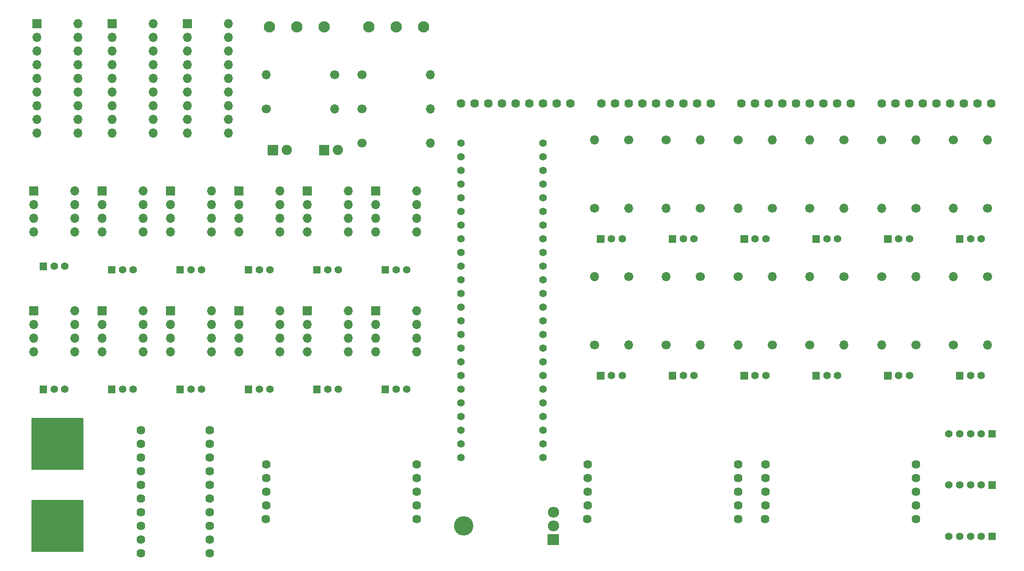
<source format=gts>
%TF.GenerationSoftware,KiCad,Pcbnew,(5.1.10)-1*%
%TF.CreationDate,2021-07-09T21:45:07-04:00*%
%TF.ProjectId,CaelusPCB,4361656c-7573-4504-9342-2e6b69636164,v02*%
%TF.SameCoordinates,Original*%
%TF.FileFunction,Soldermask,Top*%
%TF.FilePolarity,Negative*%
%FSLAX46Y46*%
G04 Gerber Fmt 4.6, Leading zero omitted, Abs format (unit mm)*
G04 Created by KiCad (PCBNEW (5.1.10)-1) date 2021-07-09 21:45:07*
%MOMM*%
%LPD*%
G01*
G04 APERTURE LIST*
%ADD10C,1.624000*%
%ADD11C,1.408000*%
%ADD12O,1.700000X1.700000*%
%ADD13C,1.700000*%
%ADD14C,1.900000*%
%ADD15C,1.420800*%
%ADD16O,3.600000X3.600000*%
%ADD17O,2.100000X2.005000*%
%ADD18C,2.100000*%
G04 APERTURE END LIST*
D10*
%TO.C,U56*%
X75167020Y-114235820D03*
X75167020Y-116775820D03*
X75167020Y-119315820D03*
X75167020Y-121855820D03*
X75167020Y-124395820D03*
X75167020Y-126935820D03*
X75167020Y-129475820D03*
X75167020Y-132015820D03*
X75167020Y-134555820D03*
X75167020Y-137095820D03*
X87967020Y-137095820D03*
X87967020Y-134555820D03*
X87967020Y-132015820D03*
X87967020Y-129475820D03*
X87967020Y-126935820D03*
X87967020Y-124395820D03*
X87967020Y-121855820D03*
X87967020Y-119315820D03*
X87967020Y-116775820D03*
X87967020Y-114235820D03*
%TD*%
D11*
%TO.C,J3*%
X225222000Y-124460000D03*
X227228000Y-124460000D03*
X229235000Y-124460000D03*
X231242000Y-124460000D03*
G36*
G01*
X232544000Y-125114000D02*
X232544000Y-123806000D01*
G75*
G02*
X232594000Y-123756000I50000J0D01*
G01*
X233902000Y-123756000D01*
G75*
G02*
X233952000Y-123806000I0J-50000D01*
G01*
X233952000Y-125114000D01*
G75*
G02*
X233902000Y-125164000I-50000J0D01*
G01*
X232594000Y-125164000D01*
G75*
G02*
X232544000Y-125114000I0J50000D01*
G01*
G37*
%TD*%
%TO.C,J2*%
X225222000Y-133985000D03*
X227228000Y-133985000D03*
X229235000Y-133985000D03*
X231242000Y-133985000D03*
G36*
G01*
X232544000Y-134639000D02*
X232544000Y-133331000D01*
G75*
G02*
X232594000Y-133281000I50000J0D01*
G01*
X233902000Y-133281000D01*
G75*
G02*
X233952000Y-133331000I0J-50000D01*
G01*
X233952000Y-134639000D01*
G75*
G02*
X233902000Y-134689000I-50000J0D01*
G01*
X232594000Y-134689000D01*
G75*
G02*
X232544000Y-134639000I0J50000D01*
G01*
G37*
%TD*%
%TO.C,J1*%
X225222000Y-114935000D03*
X227228000Y-114935000D03*
X229235000Y-114935000D03*
X231242000Y-114935000D03*
G36*
G01*
X232544000Y-115589000D02*
X232544000Y-114281000D01*
G75*
G02*
X232594000Y-114231000I50000J0D01*
G01*
X233902000Y-114231000D01*
G75*
G02*
X233952000Y-114281000I0J-50000D01*
G01*
X233952000Y-115589000D01*
G75*
G02*
X233902000Y-115639000I-50000J0D01*
G01*
X232594000Y-115639000D01*
G75*
G02*
X232544000Y-115589000I0J50000D01*
G01*
G37*
%TD*%
D12*
%TO.C,R3*%
X111125000Y-54610000D03*
D13*
X98425000Y-54610000D03*
%TD*%
D12*
%TO.C,R17*%
X128905000Y-60960000D03*
D13*
X116205000Y-60960000D03*
%TD*%
D12*
%TO.C,R10*%
X128905000Y-54610000D03*
D13*
X116205000Y-54610000D03*
%TD*%
D14*
%TO.C,D2*%
X111760000Y-62230000D03*
G36*
G01*
X108270000Y-63130000D02*
X108270000Y-61330000D01*
G75*
G02*
X108320000Y-61280000I50000J0D01*
G01*
X110120000Y-61280000D01*
G75*
G02*
X110170000Y-61330000I0J-50000D01*
G01*
X110170000Y-63130000D01*
G75*
G02*
X110120000Y-63180000I-50000J0D01*
G01*
X108320000Y-63180000D01*
G75*
G02*
X108270000Y-63130000I0J50000D01*
G01*
G37*
%TD*%
%TO.C,D1*%
X102235000Y-62230000D03*
G36*
G01*
X98745000Y-63130000D02*
X98745000Y-61330000D01*
G75*
G02*
X98795000Y-61280000I50000J0D01*
G01*
X100595000Y-61280000D01*
G75*
G02*
X100645000Y-61330000I0J-50000D01*
G01*
X100645000Y-63130000D01*
G75*
G02*
X100595000Y-63180000I-50000J0D01*
G01*
X98795000Y-63180000D01*
G75*
G02*
X98745000Y-63130000I0J50000D01*
G01*
G37*
%TD*%
D15*
%TO.C,U23*%
X149860000Y-60960000D03*
X149860000Y-63500000D03*
X149860000Y-66040000D03*
X149860000Y-68580000D03*
X149860000Y-71120000D03*
X149860000Y-73660000D03*
X149860000Y-76200000D03*
X149860000Y-78740000D03*
X149860000Y-81280000D03*
X149860000Y-83820000D03*
X149860000Y-86360000D03*
X149860000Y-88900000D03*
X149860000Y-91440000D03*
X149860000Y-93980000D03*
X149860000Y-96520000D03*
X149860000Y-99060000D03*
X149860000Y-101600000D03*
X149860000Y-104140000D03*
X149860000Y-106680000D03*
X149860000Y-109220000D03*
X149860000Y-111760000D03*
X149860000Y-114300000D03*
X149860000Y-116840000D03*
X149860000Y-119380000D03*
X134620000Y-60960000D03*
X134620000Y-63500000D03*
X134620000Y-66040000D03*
X134620000Y-68580000D03*
X134620000Y-71120000D03*
X134620000Y-73660000D03*
X134620000Y-76200000D03*
X134620000Y-78740000D03*
X134620000Y-81280000D03*
X134620000Y-83820000D03*
X134620000Y-86360000D03*
X134620000Y-88900000D03*
X134620000Y-91440000D03*
X134620000Y-93980000D03*
X134620000Y-96520000D03*
X134620000Y-99060000D03*
X134620000Y-101600000D03*
X134620000Y-104140000D03*
X134620000Y-106680000D03*
X134620000Y-109220000D03*
X134620000Y-111760000D03*
X134620000Y-114300000D03*
X134620000Y-116840000D03*
X134620000Y-119380000D03*
%TD*%
%TO.C,J27*%
G36*
G01*
X161257000Y-103486000D02*
X161257000Y-104794000D01*
G75*
G02*
X161207000Y-104844000I-50000J0D01*
G01*
X159899000Y-104844000D01*
G75*
G02*
X159849000Y-104794000I0J50000D01*
G01*
X159849000Y-103486000D01*
G75*
G02*
X159899000Y-103436000I50000J0D01*
G01*
X161207000Y-103436000D01*
G75*
G02*
X161257000Y-103486000I0J-50000D01*
G01*
G37*
D11*
X162560000Y-104140000D03*
X164567000Y-104140000D03*
%TD*%
%TO.C,J26*%
G36*
G01*
X174592000Y-103486000D02*
X174592000Y-104794000D01*
G75*
G02*
X174542000Y-104844000I-50000J0D01*
G01*
X173234000Y-104844000D01*
G75*
G02*
X173184000Y-104794000I0J50000D01*
G01*
X173184000Y-103486000D01*
G75*
G02*
X173234000Y-103436000I50000J0D01*
G01*
X174542000Y-103436000D01*
G75*
G02*
X174592000Y-103486000I0J-50000D01*
G01*
G37*
X175895000Y-104140000D03*
X177902000Y-104140000D03*
%TD*%
%TO.C,J25*%
G36*
G01*
X201262000Y-103486000D02*
X201262000Y-104794000D01*
G75*
G02*
X201212000Y-104844000I-50000J0D01*
G01*
X199904000Y-104844000D01*
G75*
G02*
X199854000Y-104794000I0J50000D01*
G01*
X199854000Y-103486000D01*
G75*
G02*
X199904000Y-103436000I50000J0D01*
G01*
X201212000Y-103436000D01*
G75*
G02*
X201262000Y-103486000I0J-50000D01*
G01*
G37*
X202565000Y-104140000D03*
X204572000Y-104140000D03*
%TD*%
%TO.C,J24*%
G36*
G01*
X227932000Y-103486000D02*
X227932000Y-104794000D01*
G75*
G02*
X227882000Y-104844000I-50000J0D01*
G01*
X226574000Y-104844000D01*
G75*
G02*
X226524000Y-104794000I0J50000D01*
G01*
X226524000Y-103486000D01*
G75*
G02*
X226574000Y-103436000I50000J0D01*
G01*
X227882000Y-103436000D01*
G75*
G02*
X227932000Y-103486000I0J-50000D01*
G01*
G37*
X229235000Y-104140000D03*
X231242000Y-104140000D03*
%TD*%
%TO.C,J23*%
G36*
G01*
X201262000Y-78086000D02*
X201262000Y-79394000D01*
G75*
G02*
X201212000Y-79444000I-50000J0D01*
G01*
X199904000Y-79444000D01*
G75*
G02*
X199854000Y-79394000I0J50000D01*
G01*
X199854000Y-78086000D01*
G75*
G02*
X199904000Y-78036000I50000J0D01*
G01*
X201212000Y-78036000D01*
G75*
G02*
X201262000Y-78086000I0J-50000D01*
G01*
G37*
X202565000Y-78740000D03*
X204572000Y-78740000D03*
%TD*%
%TO.C,J22*%
G36*
G01*
X161257000Y-78086000D02*
X161257000Y-79394000D01*
G75*
G02*
X161207000Y-79444000I-50000J0D01*
G01*
X159899000Y-79444000D01*
G75*
G02*
X159849000Y-79394000I0J50000D01*
G01*
X159849000Y-78086000D01*
G75*
G02*
X159899000Y-78036000I50000J0D01*
G01*
X161207000Y-78036000D01*
G75*
G02*
X161257000Y-78086000I0J-50000D01*
G01*
G37*
X162560000Y-78740000D03*
X164567000Y-78740000D03*
%TD*%
%TO.C,J21*%
G36*
G01*
X227932000Y-78086000D02*
X227932000Y-79394000D01*
G75*
G02*
X227882000Y-79444000I-50000J0D01*
G01*
X226574000Y-79444000D01*
G75*
G02*
X226524000Y-79394000I0J50000D01*
G01*
X226524000Y-78086000D01*
G75*
G02*
X226574000Y-78036000I50000J0D01*
G01*
X227882000Y-78036000D01*
G75*
G02*
X227932000Y-78086000I0J-50000D01*
G01*
G37*
X229235000Y-78740000D03*
X231242000Y-78740000D03*
%TD*%
%TO.C,J20*%
G36*
G01*
X187927000Y-103486000D02*
X187927000Y-104794000D01*
G75*
G02*
X187877000Y-104844000I-50000J0D01*
G01*
X186569000Y-104844000D01*
G75*
G02*
X186519000Y-104794000I0J50000D01*
G01*
X186519000Y-103486000D01*
G75*
G02*
X186569000Y-103436000I50000J0D01*
G01*
X187877000Y-103436000D01*
G75*
G02*
X187927000Y-103486000I0J-50000D01*
G01*
G37*
X189230000Y-104140000D03*
X191237000Y-104140000D03*
%TD*%
%TO.C,J19*%
G36*
G01*
X214597000Y-103486000D02*
X214597000Y-104794000D01*
G75*
G02*
X214547000Y-104844000I-50000J0D01*
G01*
X213239000Y-104844000D01*
G75*
G02*
X213189000Y-104794000I0J50000D01*
G01*
X213189000Y-103486000D01*
G75*
G02*
X213239000Y-103436000I50000J0D01*
G01*
X214547000Y-103436000D01*
G75*
G02*
X214597000Y-103486000I0J-50000D01*
G01*
G37*
X215900000Y-104140000D03*
X217907000Y-104140000D03*
%TD*%
%TO.C,J18*%
G36*
G01*
X214597000Y-78086000D02*
X214597000Y-79394000D01*
G75*
G02*
X214547000Y-79444000I-50000J0D01*
G01*
X213239000Y-79444000D01*
G75*
G02*
X213189000Y-79394000I0J50000D01*
G01*
X213189000Y-78086000D01*
G75*
G02*
X213239000Y-78036000I50000J0D01*
G01*
X214547000Y-78036000D01*
G75*
G02*
X214597000Y-78086000I0J-50000D01*
G01*
G37*
X215900000Y-78740000D03*
X217907000Y-78740000D03*
%TD*%
%TO.C,J17*%
G36*
G01*
X187927000Y-78086000D02*
X187927000Y-79394000D01*
G75*
G02*
X187877000Y-79444000I-50000J0D01*
G01*
X186569000Y-79444000D01*
G75*
G02*
X186519000Y-79394000I0J50000D01*
G01*
X186519000Y-78086000D01*
G75*
G02*
X186569000Y-78036000I50000J0D01*
G01*
X187877000Y-78036000D01*
G75*
G02*
X187927000Y-78086000I0J-50000D01*
G01*
G37*
X189230000Y-78740000D03*
X191237000Y-78740000D03*
%TD*%
%TO.C,J16*%
G36*
G01*
X174592000Y-78086000D02*
X174592000Y-79394000D01*
G75*
G02*
X174542000Y-79444000I-50000J0D01*
G01*
X173234000Y-79444000D01*
G75*
G02*
X173184000Y-79394000I0J50000D01*
G01*
X173184000Y-78086000D01*
G75*
G02*
X173234000Y-78036000I50000J0D01*
G01*
X174542000Y-78036000D01*
G75*
G02*
X174592000Y-78086000I0J-50000D01*
G01*
G37*
X175895000Y-78740000D03*
X177902000Y-78740000D03*
%TD*%
%TO.C,J15*%
X61062000Y-106680000D03*
X59055000Y-106680000D03*
G36*
G01*
X57752000Y-106026000D02*
X57752000Y-107334000D01*
G75*
G02*
X57702000Y-107384000I-50000J0D01*
G01*
X56394000Y-107384000D01*
G75*
G02*
X56344000Y-107334000I0J50000D01*
G01*
X56344000Y-106026000D01*
G75*
G02*
X56394000Y-105976000I50000J0D01*
G01*
X57702000Y-105976000D01*
G75*
G02*
X57752000Y-106026000I0J-50000D01*
G01*
G37*
%TD*%
%TO.C,J14*%
X124562000Y-106680000D03*
X122555000Y-106680000D03*
G36*
G01*
X121252000Y-106026000D02*
X121252000Y-107334000D01*
G75*
G02*
X121202000Y-107384000I-50000J0D01*
G01*
X119894000Y-107384000D01*
G75*
G02*
X119844000Y-107334000I0J50000D01*
G01*
X119844000Y-106026000D01*
G75*
G02*
X119894000Y-105976000I50000J0D01*
G01*
X121202000Y-105976000D01*
G75*
G02*
X121252000Y-106026000I0J-50000D01*
G01*
G37*
%TD*%
%TO.C,J13*%
X111862000Y-106680000D03*
X109855000Y-106680000D03*
G36*
G01*
X108552000Y-106026000D02*
X108552000Y-107334000D01*
G75*
G02*
X108502000Y-107384000I-50000J0D01*
G01*
X107194000Y-107384000D01*
G75*
G02*
X107144000Y-107334000I0J50000D01*
G01*
X107144000Y-106026000D01*
G75*
G02*
X107194000Y-105976000I50000J0D01*
G01*
X108502000Y-105976000D01*
G75*
G02*
X108552000Y-106026000I0J-50000D01*
G01*
G37*
%TD*%
%TO.C,J12*%
X99162000Y-106680000D03*
X97155000Y-106680000D03*
G36*
G01*
X95852000Y-106026000D02*
X95852000Y-107334000D01*
G75*
G02*
X95802000Y-107384000I-50000J0D01*
G01*
X94494000Y-107384000D01*
G75*
G02*
X94444000Y-107334000I0J50000D01*
G01*
X94444000Y-106026000D01*
G75*
G02*
X94494000Y-105976000I50000J0D01*
G01*
X95802000Y-105976000D01*
G75*
G02*
X95852000Y-106026000I0J-50000D01*
G01*
G37*
%TD*%
%TO.C,J11*%
X86462000Y-106680000D03*
X84455000Y-106680000D03*
G36*
G01*
X83152000Y-106026000D02*
X83152000Y-107334000D01*
G75*
G02*
X83102000Y-107384000I-50000J0D01*
G01*
X81794000Y-107384000D01*
G75*
G02*
X81744000Y-107334000I0J50000D01*
G01*
X81744000Y-106026000D01*
G75*
G02*
X81794000Y-105976000I50000J0D01*
G01*
X83102000Y-105976000D01*
G75*
G02*
X83152000Y-106026000I0J-50000D01*
G01*
G37*
%TD*%
%TO.C,J10*%
X73762000Y-106680000D03*
X71755000Y-106680000D03*
G36*
G01*
X70452000Y-106026000D02*
X70452000Y-107334000D01*
G75*
G02*
X70402000Y-107384000I-50000J0D01*
G01*
X69094000Y-107384000D01*
G75*
G02*
X69044000Y-107334000I0J50000D01*
G01*
X69044000Y-106026000D01*
G75*
G02*
X69094000Y-105976000I50000J0D01*
G01*
X70402000Y-105976000D01*
G75*
G02*
X70452000Y-106026000I0J-50000D01*
G01*
G37*
%TD*%
%TO.C,J9*%
X73762000Y-84455000D03*
X71755000Y-84455000D03*
G36*
G01*
X70452000Y-83801000D02*
X70452000Y-85109000D01*
G75*
G02*
X70402000Y-85159000I-50000J0D01*
G01*
X69094000Y-85159000D01*
G75*
G02*
X69044000Y-85109000I0J50000D01*
G01*
X69044000Y-83801000D01*
G75*
G02*
X69094000Y-83751000I50000J0D01*
G01*
X70402000Y-83751000D01*
G75*
G02*
X70452000Y-83801000I0J-50000D01*
G01*
G37*
%TD*%
%TO.C,J8*%
X61062000Y-83820000D03*
X59055000Y-83820000D03*
G36*
G01*
X57752000Y-83166000D02*
X57752000Y-84474000D01*
G75*
G02*
X57702000Y-84524000I-50000J0D01*
G01*
X56394000Y-84524000D01*
G75*
G02*
X56344000Y-84474000I0J50000D01*
G01*
X56344000Y-83166000D01*
G75*
G02*
X56394000Y-83116000I50000J0D01*
G01*
X57702000Y-83116000D01*
G75*
G02*
X57752000Y-83166000I0J-50000D01*
G01*
G37*
%TD*%
%TO.C,J7*%
X86462000Y-84455000D03*
X84455000Y-84455000D03*
G36*
G01*
X83152000Y-83801000D02*
X83152000Y-85109000D01*
G75*
G02*
X83102000Y-85159000I-50000J0D01*
G01*
X81794000Y-85159000D01*
G75*
G02*
X81744000Y-85109000I0J50000D01*
G01*
X81744000Y-83801000D01*
G75*
G02*
X81794000Y-83751000I50000J0D01*
G01*
X83102000Y-83751000D01*
G75*
G02*
X83152000Y-83801000I0J-50000D01*
G01*
G37*
%TD*%
%TO.C,J6*%
X99162000Y-84455000D03*
X97155000Y-84455000D03*
G36*
G01*
X95852000Y-83801000D02*
X95852000Y-85109000D01*
G75*
G02*
X95802000Y-85159000I-50000J0D01*
G01*
X94494000Y-85159000D01*
G75*
G02*
X94444000Y-85109000I0J50000D01*
G01*
X94444000Y-83801000D01*
G75*
G02*
X94494000Y-83751000I50000J0D01*
G01*
X95802000Y-83751000D01*
G75*
G02*
X95852000Y-83801000I0J-50000D01*
G01*
G37*
%TD*%
%TO.C,J5*%
X111862000Y-84455000D03*
X109855000Y-84455000D03*
G36*
G01*
X108552000Y-83801000D02*
X108552000Y-85109000D01*
G75*
G02*
X108502000Y-85159000I-50000J0D01*
G01*
X107194000Y-85159000D01*
G75*
G02*
X107144000Y-85109000I0J50000D01*
G01*
X107144000Y-83801000D01*
G75*
G02*
X107194000Y-83751000I50000J0D01*
G01*
X108502000Y-83751000D01*
G75*
G02*
X108552000Y-83801000I0J-50000D01*
G01*
G37*
%TD*%
%TO.C,J4*%
X124562000Y-84455000D03*
X122555000Y-84455000D03*
G36*
G01*
X121252000Y-83801000D02*
X121252000Y-85109000D01*
G75*
G02*
X121202000Y-85159000I-50000J0D01*
G01*
X119894000Y-85159000D01*
G75*
G02*
X119844000Y-85109000I0J50000D01*
G01*
X119844000Y-83801000D01*
G75*
G02*
X119894000Y-83751000I50000J0D01*
G01*
X121202000Y-83751000D01*
G75*
G02*
X121252000Y-83801000I0J-50000D01*
G01*
G37*
%TD*%
D10*
%TO.C,U1*%
X160655000Y-53594000D03*
X163195000Y-53594000D03*
X165735000Y-53594000D03*
X168275000Y-53594000D03*
X170815000Y-53594000D03*
X173355000Y-53594000D03*
X175895000Y-53594000D03*
X178435000Y-53594000D03*
X180975000Y-53594000D03*
%TD*%
%TO.C,U18*%
X207010000Y-53594000D03*
X204470000Y-53594000D03*
X201930000Y-53594000D03*
X199390000Y-53594000D03*
X196850000Y-53594000D03*
X194310000Y-53594000D03*
X191770000Y-53594000D03*
X189230000Y-53594000D03*
X186690000Y-53594000D03*
%TD*%
D12*
%TO.C,U22*%
X100965000Y-92075000D03*
X93345000Y-99695000D03*
X100965000Y-94615000D03*
X93345000Y-97155000D03*
X100965000Y-97155000D03*
X93345000Y-94615000D03*
X100965000Y-99695000D03*
G36*
G01*
X92495000Y-92875000D02*
X92495000Y-91275000D01*
G75*
G02*
X92545000Y-91225000I50000J0D01*
G01*
X94145000Y-91225000D01*
G75*
G02*
X94195000Y-91275000I0J-50000D01*
G01*
X94195000Y-92875000D01*
G75*
G02*
X94145000Y-92925000I-50000J0D01*
G01*
X92545000Y-92925000D01*
G75*
G02*
X92495000Y-92875000I0J50000D01*
G01*
G37*
%TD*%
D10*
%TO.C,U15*%
X134620000Y-53594000D03*
X137160000Y-53594000D03*
X139700000Y-53594000D03*
X142240000Y-53594000D03*
X144780000Y-53594000D03*
X147320000Y-53594000D03*
X149860000Y-53594000D03*
X152400000Y-53594000D03*
X154940000Y-53594000D03*
%TD*%
%TO.C,U58*%
G36*
G01*
X79795000Y-92875000D02*
X79795000Y-91275000D01*
G75*
G02*
X79845000Y-91225000I50000J0D01*
G01*
X81445000Y-91225000D01*
G75*
G02*
X81495000Y-91275000I0J-50000D01*
G01*
X81495000Y-92875000D01*
G75*
G02*
X81445000Y-92925000I-50000J0D01*
G01*
X79845000Y-92925000D01*
G75*
G02*
X79795000Y-92875000I0J50000D01*
G01*
G37*
D12*
X88265000Y-99695000D03*
X80645000Y-94615000D03*
X88265000Y-97155000D03*
X80645000Y-97155000D03*
X88265000Y-94615000D03*
X80645000Y-99695000D03*
X88265000Y-92075000D03*
%TD*%
D10*
%TO.C,U33*%
X233045000Y-53594000D03*
X230505000Y-53594000D03*
X227965000Y-53594000D03*
X225425000Y-53594000D03*
X222885000Y-53594000D03*
X220345000Y-53594000D03*
X217805000Y-53594000D03*
X215265000Y-53594000D03*
X212725000Y-53594000D03*
%TD*%
%TO.C,U54*%
G36*
G01*
X67095000Y-92875000D02*
X67095000Y-91275000D01*
G75*
G02*
X67145000Y-91225000I50000J0D01*
G01*
X68745000Y-91225000D01*
G75*
G02*
X68795000Y-91275000I0J-50000D01*
G01*
X68795000Y-92875000D01*
G75*
G02*
X68745000Y-92925000I-50000J0D01*
G01*
X67145000Y-92925000D01*
G75*
G02*
X67095000Y-92875000I0J50000D01*
G01*
G37*
D12*
X75565000Y-99695000D03*
X67945000Y-94615000D03*
X75565000Y-97155000D03*
X67945000Y-97155000D03*
X75565000Y-94615000D03*
X67945000Y-99695000D03*
X75565000Y-92075000D03*
%TD*%
D10*
%TO.C,U46*%
X158115000Y-123190000D03*
X158115000Y-125730000D03*
X158115000Y-128270000D03*
X158105000Y-130810000D03*
X158115000Y-120650000D03*
X186055000Y-120650000D03*
X186055000Y-123190000D03*
X186055000Y-125730000D03*
X186055000Y-128270000D03*
X186055000Y-130810000D03*
%TD*%
%TO.C,BT1*%
G36*
G01*
X64452500Y-136892500D02*
X54927500Y-136892500D01*
G75*
G02*
X54877500Y-136842500I0J50000D01*
G01*
X54877500Y-127317500D01*
G75*
G02*
X54927500Y-127267500I50000J0D01*
G01*
X64452500Y-127267500D01*
G75*
G02*
X64502500Y-127317500I0J-50000D01*
G01*
X64502500Y-136842500D01*
G75*
G02*
X64452500Y-136892500I-50000J0D01*
G01*
G37*
G36*
G01*
X64452500Y-121652500D02*
X54927500Y-121652500D01*
G75*
G02*
X54877500Y-121602500I0J50000D01*
G01*
X54877500Y-112077500D01*
G75*
G02*
X54927500Y-112027500I50000J0D01*
G01*
X64452500Y-112027500D01*
G75*
G02*
X64502500Y-112077500I0J-50000D01*
G01*
X64502500Y-121602500D01*
G75*
G02*
X64452500Y-121652500I-50000J0D01*
G01*
G37*
%TD*%
D12*
%TO.C,R1*%
X128905000Y-48260000D03*
D13*
X116205000Y-48260000D03*
%TD*%
%TO.C,R2*%
X111125000Y-48260000D03*
D12*
X98425000Y-48260000D03*
%TD*%
%TO.C,R4*%
X219075000Y-60325000D03*
D13*
X219075000Y-73025000D03*
%TD*%
D12*
%TO.C,R5*%
X219075000Y-85725000D03*
D13*
X219075000Y-98425000D03*
%TD*%
%TO.C,R6*%
X179070000Y-73025000D03*
D12*
X179070000Y-60325000D03*
%TD*%
%TO.C,R7*%
X192405000Y-60325000D03*
D13*
X192405000Y-73025000D03*
%TD*%
D12*
%TO.C,R8*%
X232410000Y-60325000D03*
D13*
X232410000Y-73025000D03*
%TD*%
%TO.C,R9*%
X192405000Y-98425000D03*
D12*
X192405000Y-85725000D03*
%TD*%
D13*
%TO.C,R11*%
X186055000Y-60325000D03*
D12*
X186055000Y-73025000D03*
%TD*%
D13*
%TO.C,R12*%
X212725000Y-60325000D03*
D12*
X212725000Y-73025000D03*
%TD*%
D13*
%TO.C,R13*%
X212725000Y-85725000D03*
D12*
X212725000Y-98425000D03*
%TD*%
D13*
%TO.C,R14*%
X226060000Y-60325000D03*
D12*
X226060000Y-73025000D03*
%TD*%
%TO.C,R15*%
X172720000Y-73025000D03*
D13*
X172720000Y-60325000D03*
%TD*%
D12*
%TO.C,R16*%
X186055000Y-98425000D03*
D13*
X186055000Y-85725000D03*
%TD*%
%TO.C,R19*%
X159385000Y-73025000D03*
D12*
X159385000Y-60325000D03*
%TD*%
%TO.C,R20*%
X199390000Y-60325000D03*
D13*
X199390000Y-73025000D03*
%TD*%
D12*
%TO.C,R21*%
X226060000Y-85725000D03*
D13*
X226060000Y-98425000D03*
%TD*%
D12*
%TO.C,R22*%
X199390000Y-85725000D03*
D13*
X199390000Y-98425000D03*
%TD*%
%TO.C,R23*%
X172720000Y-98425000D03*
D12*
X172720000Y-85725000D03*
%TD*%
D13*
%TO.C,R24*%
X159385000Y-98425000D03*
D12*
X159385000Y-85725000D03*
%TD*%
%TO.C,R26*%
X165735000Y-73025000D03*
D13*
X165735000Y-60325000D03*
%TD*%
%TO.C,R27*%
X205740000Y-60325000D03*
D12*
X205740000Y-73025000D03*
%TD*%
D13*
%TO.C,R28*%
X232410000Y-85725000D03*
D12*
X232410000Y-98425000D03*
%TD*%
%TO.C,R29*%
X205740000Y-98425000D03*
D13*
X205740000Y-85725000D03*
%TD*%
D12*
%TO.C,R30*%
X179070000Y-98425000D03*
D13*
X179070000Y-85725000D03*
%TD*%
D12*
%TO.C,R31*%
X165735000Y-98425000D03*
D13*
X165735000Y-85725000D03*
%TD*%
D16*
%TO.C,U3*%
X135105000Y-132080000D03*
G36*
G01*
X152765000Y-135622500D02*
X150765000Y-135622500D01*
G75*
G02*
X150715000Y-135572500I0J50000D01*
G01*
X150715000Y-133667500D01*
G75*
G02*
X150765000Y-133617500I50000J0D01*
G01*
X152765000Y-133617500D01*
G75*
G02*
X152815000Y-133667500I0J-50000D01*
G01*
X152815000Y-135572500D01*
G75*
G02*
X152765000Y-135622500I-50000J0D01*
G01*
G37*
D17*
X151765000Y-132080000D03*
X151765000Y-129540000D03*
%TD*%
D18*
%TO.C,U16*%
X117475000Y-39370000D03*
X122555000Y-39370000D03*
X127635000Y-39370000D03*
%TD*%
%TO.C,U17*%
X109220000Y-39370000D03*
X104140000Y-39370000D03*
X99060000Y-39370000D03*
%TD*%
%TO.C,U19*%
G36*
G01*
X82970000Y-39535000D02*
X82970000Y-37935000D01*
G75*
G02*
X83020000Y-37885000I50000J0D01*
G01*
X84620000Y-37885000D01*
G75*
G02*
X84670000Y-37935000I0J-50000D01*
G01*
X84670000Y-39535000D01*
G75*
G02*
X84620000Y-39585000I-50000J0D01*
G01*
X83020000Y-39585000D01*
G75*
G02*
X82970000Y-39535000I0J50000D01*
G01*
G37*
D12*
X91440000Y-59055000D03*
X83820000Y-41275000D03*
X91440000Y-56515000D03*
X83820000Y-43815000D03*
X91440000Y-53975000D03*
X83820000Y-46355000D03*
X91440000Y-51435000D03*
X83820000Y-48895000D03*
X91440000Y-48895000D03*
X83820000Y-51435000D03*
X91440000Y-46355000D03*
X83820000Y-53975000D03*
X91440000Y-43815000D03*
X83820000Y-56515000D03*
X91440000Y-41275000D03*
X83820000Y-59055000D03*
X91440000Y-38735000D03*
%TD*%
%TO.C,U20*%
G36*
G01*
X117895000Y-70650000D02*
X117895000Y-69050000D01*
G75*
G02*
X117945000Y-69000000I50000J0D01*
G01*
X119545000Y-69000000D01*
G75*
G02*
X119595000Y-69050000I0J-50000D01*
G01*
X119595000Y-70650000D01*
G75*
G02*
X119545000Y-70700000I-50000J0D01*
G01*
X117945000Y-70700000D01*
G75*
G02*
X117895000Y-70650000I0J50000D01*
G01*
G37*
X126365000Y-77470000D03*
X118745000Y-72390000D03*
X126365000Y-74930000D03*
X118745000Y-74930000D03*
X126365000Y-72390000D03*
X118745000Y-77470000D03*
X126365000Y-69850000D03*
%TD*%
%TO.C,U21*%
X88265000Y-69850000D03*
X80645000Y-77470000D03*
X88265000Y-72390000D03*
X80645000Y-74930000D03*
X88265000Y-74930000D03*
X80645000Y-72390000D03*
X88265000Y-77470000D03*
G36*
G01*
X79795000Y-70650000D02*
X79795000Y-69050000D01*
G75*
G02*
X79845000Y-69000000I50000J0D01*
G01*
X81445000Y-69000000D01*
G75*
G02*
X81495000Y-69050000I0J-50000D01*
G01*
X81495000Y-70650000D01*
G75*
G02*
X81445000Y-70700000I-50000J0D01*
G01*
X79845000Y-70700000D01*
G75*
G02*
X79795000Y-70650000I0J50000D01*
G01*
G37*
%TD*%
D10*
%TO.C,U25*%
X98425000Y-123190000D03*
X98425000Y-125730000D03*
X98425000Y-128270000D03*
X98415000Y-130810000D03*
X98425000Y-120650000D03*
X126365000Y-120650000D03*
X126365000Y-123190000D03*
X126365000Y-125730000D03*
X126365000Y-128270000D03*
X126365000Y-130810000D03*
%TD*%
%TO.C,U34*%
G36*
G01*
X55030000Y-39535000D02*
X55030000Y-37935000D01*
G75*
G02*
X55080000Y-37885000I50000J0D01*
G01*
X56680000Y-37885000D01*
G75*
G02*
X56730000Y-37935000I0J-50000D01*
G01*
X56730000Y-39535000D01*
G75*
G02*
X56680000Y-39585000I-50000J0D01*
G01*
X55080000Y-39585000D01*
G75*
G02*
X55030000Y-39535000I0J50000D01*
G01*
G37*
D12*
X63500000Y-59055000D03*
X55880000Y-41275000D03*
X63500000Y-56515000D03*
X55880000Y-43815000D03*
X63500000Y-53975000D03*
X55880000Y-46355000D03*
X63500000Y-51435000D03*
X55880000Y-48895000D03*
X63500000Y-48895000D03*
X55880000Y-51435000D03*
X63500000Y-46355000D03*
X55880000Y-53975000D03*
X63500000Y-43815000D03*
X55880000Y-56515000D03*
X63500000Y-41275000D03*
X55880000Y-59055000D03*
X63500000Y-38735000D03*
%TD*%
D10*
%TO.C,U36*%
X219075000Y-130810000D03*
X219075000Y-128270000D03*
X219075000Y-125730000D03*
X219075000Y-123190000D03*
X219075000Y-120650000D03*
X191135000Y-120650000D03*
X191125000Y-130810000D03*
X191135000Y-128270000D03*
X191135000Y-125730000D03*
X191135000Y-123190000D03*
%TD*%
D12*
%TO.C,U44*%
X113665000Y-69850000D03*
X106045000Y-77470000D03*
X113665000Y-72390000D03*
X106045000Y-74930000D03*
X113665000Y-74930000D03*
X106045000Y-72390000D03*
X113665000Y-77470000D03*
G36*
G01*
X105195000Y-70650000D02*
X105195000Y-69050000D01*
G75*
G02*
X105245000Y-69000000I50000J0D01*
G01*
X106845000Y-69000000D01*
G75*
G02*
X106895000Y-69050000I0J-50000D01*
G01*
X106895000Y-70650000D01*
G75*
G02*
X106845000Y-70700000I-50000J0D01*
G01*
X105245000Y-70700000D01*
G75*
G02*
X105195000Y-70650000I0J50000D01*
G01*
G37*
%TD*%
%TO.C,U48*%
G36*
G01*
X54395000Y-70650000D02*
X54395000Y-69050000D01*
G75*
G02*
X54445000Y-69000000I50000J0D01*
G01*
X56045000Y-69000000D01*
G75*
G02*
X56095000Y-69050000I0J-50000D01*
G01*
X56095000Y-70650000D01*
G75*
G02*
X56045000Y-70700000I-50000J0D01*
G01*
X54445000Y-70700000D01*
G75*
G02*
X54395000Y-70650000I0J50000D01*
G01*
G37*
X62865000Y-77470000D03*
X55245000Y-72390000D03*
X62865000Y-74930000D03*
X55245000Y-74930000D03*
X62865000Y-72390000D03*
X55245000Y-77470000D03*
X62865000Y-69850000D03*
%TD*%
%TO.C,U49*%
G36*
G01*
X105195000Y-92875000D02*
X105195000Y-91275000D01*
G75*
G02*
X105245000Y-91225000I50000J0D01*
G01*
X106845000Y-91225000D01*
G75*
G02*
X106895000Y-91275000I0J-50000D01*
G01*
X106895000Y-92875000D01*
G75*
G02*
X106845000Y-92925000I-50000J0D01*
G01*
X105245000Y-92925000D01*
G75*
G02*
X105195000Y-92875000I0J50000D01*
G01*
G37*
X113665000Y-99695000D03*
X106045000Y-94615000D03*
X113665000Y-97155000D03*
X106045000Y-97155000D03*
X113665000Y-94615000D03*
X106045000Y-99695000D03*
X113665000Y-92075000D03*
%TD*%
%TO.C,U50*%
X77470000Y-38735000D03*
X69850000Y-59055000D03*
X77470000Y-41275000D03*
X69850000Y-56515000D03*
X77470000Y-43815000D03*
X69850000Y-53975000D03*
X77470000Y-46355000D03*
X69850000Y-51435000D03*
X77470000Y-48895000D03*
X69850000Y-48895000D03*
X77470000Y-51435000D03*
X69850000Y-46355000D03*
X77470000Y-53975000D03*
X69850000Y-43815000D03*
X77470000Y-56515000D03*
X69850000Y-41275000D03*
X77470000Y-59055000D03*
G36*
G01*
X69000000Y-39535000D02*
X69000000Y-37935000D01*
G75*
G02*
X69050000Y-37885000I50000J0D01*
G01*
X70650000Y-37885000D01*
G75*
G02*
X70700000Y-37935000I0J-50000D01*
G01*
X70700000Y-39535000D01*
G75*
G02*
X70650000Y-39585000I-50000J0D01*
G01*
X69050000Y-39585000D01*
G75*
G02*
X69000000Y-39535000I0J50000D01*
G01*
G37*
%TD*%
%TO.C,U51*%
G36*
G01*
X92495000Y-70650000D02*
X92495000Y-69050000D01*
G75*
G02*
X92545000Y-69000000I50000J0D01*
G01*
X94145000Y-69000000D01*
G75*
G02*
X94195000Y-69050000I0J-50000D01*
G01*
X94195000Y-70650000D01*
G75*
G02*
X94145000Y-70700000I-50000J0D01*
G01*
X92545000Y-70700000D01*
G75*
G02*
X92495000Y-70650000I0J50000D01*
G01*
G37*
X100965000Y-77470000D03*
X93345000Y-72390000D03*
X100965000Y-74930000D03*
X93345000Y-74930000D03*
X100965000Y-72390000D03*
X93345000Y-77470000D03*
X100965000Y-69850000D03*
%TD*%
%TO.C,U52*%
X75565000Y-69850000D03*
X67945000Y-77470000D03*
X75565000Y-72390000D03*
X67945000Y-74930000D03*
X75565000Y-74930000D03*
X67945000Y-72390000D03*
X75565000Y-77470000D03*
G36*
G01*
X67095000Y-70650000D02*
X67095000Y-69050000D01*
G75*
G02*
X67145000Y-69000000I50000J0D01*
G01*
X68745000Y-69000000D01*
G75*
G02*
X68795000Y-69050000I0J-50000D01*
G01*
X68795000Y-70650000D01*
G75*
G02*
X68745000Y-70700000I-50000J0D01*
G01*
X67145000Y-70700000D01*
G75*
G02*
X67095000Y-70650000I0J50000D01*
G01*
G37*
%TD*%
%TO.C,U53*%
X126365000Y-92075000D03*
X118745000Y-99695000D03*
X126365000Y-94615000D03*
X118745000Y-97155000D03*
X126365000Y-97155000D03*
X118745000Y-94615000D03*
X126365000Y-99695000D03*
G36*
G01*
X117895000Y-92875000D02*
X117895000Y-91275000D01*
G75*
G02*
X117945000Y-91225000I50000J0D01*
G01*
X119545000Y-91225000D01*
G75*
G02*
X119595000Y-91275000I0J-50000D01*
G01*
X119595000Y-92875000D01*
G75*
G02*
X119545000Y-92925000I-50000J0D01*
G01*
X117945000Y-92925000D01*
G75*
G02*
X117895000Y-92875000I0J50000D01*
G01*
G37*
%TD*%
%TO.C,U55*%
X62865000Y-92075000D03*
X55245000Y-99695000D03*
X62865000Y-94615000D03*
X55245000Y-97155000D03*
X62865000Y-97155000D03*
X55245000Y-94615000D03*
X62865000Y-99695000D03*
G36*
G01*
X54395000Y-92875000D02*
X54395000Y-91275000D01*
G75*
G02*
X54445000Y-91225000I50000J0D01*
G01*
X56045000Y-91225000D01*
G75*
G02*
X56095000Y-91275000I0J-50000D01*
G01*
X56095000Y-92875000D01*
G75*
G02*
X56045000Y-92925000I-50000J0D01*
G01*
X54445000Y-92925000D01*
G75*
G02*
X54395000Y-92875000I0J50000D01*
G01*
G37*
%TD*%
M02*

</source>
